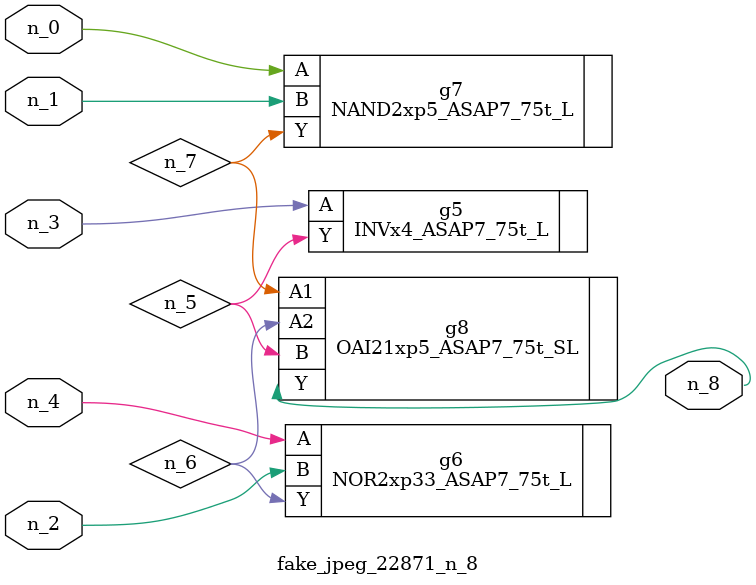
<source format=v>
module fake_jpeg_22871_n_8 (n_3, n_2, n_1, n_0, n_4, n_8);

input n_3;
input n_2;
input n_1;
input n_0;
input n_4;

output n_8;

wire n_6;
wire n_5;
wire n_7;

INVx4_ASAP7_75t_L g5 ( 
.A(n_3),
.Y(n_5)
);

NOR2xp33_ASAP7_75t_L g6 ( 
.A(n_4),
.B(n_2),
.Y(n_6)
);

NAND2xp5_ASAP7_75t_L g7 ( 
.A(n_0),
.B(n_1),
.Y(n_7)
);

OAI21xp5_ASAP7_75t_SL g8 ( 
.A1(n_7),
.A2(n_6),
.B(n_5),
.Y(n_8)
);


endmodule
</source>
